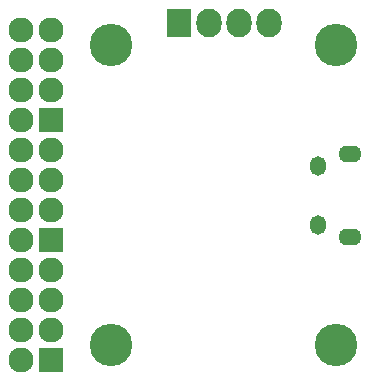
<source format=gbr>
G04 #@! TF.FileFunction,Soldermask,Bot*
%FSLAX46Y46*%
G04 Gerber Fmt 4.6, Leading zero omitted, Abs format (unit mm)*
G04 Created by KiCad (PCBNEW 4.0.6) date Tue Apr 25 22:47:00 2017*
%MOMM*%
%LPD*%
G01*
G04 APERTURE LIST*
%ADD10C,0.100000*%
%ADD11O,1.350000X1.650000*%
%ADD12O,1.950000X1.400000*%
%ADD13R,2.127200X2.432000*%
%ADD14O,2.127200X2.432000*%
%ADD15R,2.127200X2.127200*%
%ADD16O,2.127200X2.127200*%
%ADD17C,3.600000*%
G04 APERTURE END LIST*
D10*
D11*
X180047460Y-90130900D03*
X180047460Y-85130900D03*
D12*
X182747460Y-91130900D03*
X182747460Y-84130900D03*
D13*
X168275000Y-73025000D03*
D14*
X170815000Y-73025000D03*
X173355000Y-73025000D03*
X175895000Y-73025000D03*
D15*
X157480000Y-101600000D03*
D16*
X154940000Y-101600000D03*
X157480000Y-99060000D03*
X154940000Y-99060000D03*
X157480000Y-96520000D03*
X154940000Y-96520000D03*
X157480000Y-93980000D03*
X154940000Y-93980000D03*
D15*
X157480000Y-91440000D03*
D16*
X154940000Y-91440000D03*
X157480000Y-88900000D03*
X154940000Y-88900000D03*
X157480000Y-86360000D03*
X154940000Y-86360000D03*
X157480000Y-83820000D03*
X154940000Y-83820000D03*
D15*
X157480000Y-81280000D03*
D16*
X154940000Y-81280000D03*
X157480000Y-78740000D03*
X154940000Y-78740000D03*
X157480000Y-76200000D03*
X154940000Y-76200000D03*
X157480000Y-73660000D03*
X154940000Y-73660000D03*
D17*
X181610000Y-74930000D03*
X181610000Y-100330000D03*
X162560000Y-100330000D03*
X162560000Y-74930000D03*
M02*

</source>
